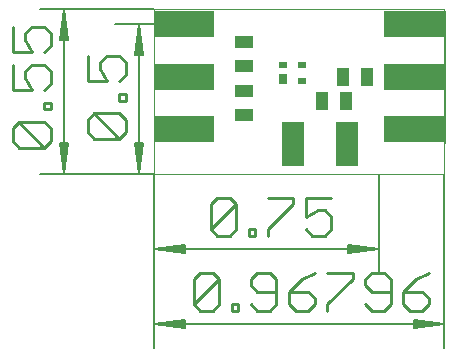
<source format=gtp>
G75*
G70*
%OFA0B0*%
%FSLAX24Y24*%
%IPPOS*%
%LPD*%
%AMOC8*
5,1,8,0,0,1.08239X$1,22.5*
%
%ADD10C,0.0000*%
%ADD11C,0.0051*%
%ADD12C,0.0110*%
%ADD13R,0.0315X0.0236*%
%ADD14R,0.0315X0.0354*%
%ADD15R,0.0600X0.0400*%
%ADD16R,0.2000X0.0900*%
%ADD17R,0.0760X0.1500*%
%ADD18R,0.0400X0.0600*%
D10*
X005331Y005913D02*
X005331Y011408D01*
X015011Y011408D01*
X015011Y005913D01*
X005331Y005913D01*
X005331Y006963D02*
X005331Y011363D01*
X015018Y011363D02*
X015018Y006963D01*
D11*
X005331Y005913D02*
X005331Y000126D01*
X005331Y000913D02*
X006355Y000787D01*
X006355Y001039D01*
X005331Y000913D01*
X006355Y000811D01*
X006355Y000862D02*
X005331Y000913D01*
X006355Y001015D01*
X006355Y000964D02*
X005331Y000913D01*
X015011Y000913D01*
X013987Y000811D01*
X013987Y000787D02*
X015011Y000913D01*
X013987Y001015D01*
X013987Y001039D02*
X013987Y000787D01*
X013987Y000862D02*
X015011Y000913D01*
X013987Y000964D01*
X013987Y001039D02*
X015011Y000913D01*
X015011Y000126D02*
X015011Y005913D01*
X012831Y005913D02*
X012831Y002626D01*
X012831Y003413D02*
X011807Y003311D01*
X011807Y003287D02*
X012831Y003413D01*
X011807Y003515D01*
X011807Y003539D02*
X011807Y003287D01*
X011807Y003362D02*
X012831Y003413D01*
X011807Y003464D01*
X011807Y003539D02*
X012831Y003413D01*
X005331Y003413D01*
X006355Y003311D01*
X006355Y003287D02*
X005331Y003413D01*
X006355Y003515D01*
X006355Y003539D02*
X006355Y003287D01*
X006355Y003362D02*
X005331Y003413D01*
X006355Y003464D01*
X006355Y003539D02*
X005331Y003413D01*
X005331Y002626D02*
X005331Y005913D01*
X001544Y005913D01*
X002331Y005913D02*
X002433Y006937D01*
X002457Y006937D02*
X002205Y006937D01*
X002331Y005913D01*
X002229Y006937D01*
X002280Y006937D02*
X002331Y005913D01*
X002382Y006937D01*
X002457Y006937D02*
X002331Y005913D01*
X002331Y011413D01*
X002433Y010389D01*
X002457Y010389D02*
X002205Y010389D01*
X002331Y011413D01*
X002229Y010389D01*
X002280Y010389D02*
X002331Y011413D01*
X002382Y010389D01*
X002457Y010389D02*
X002331Y011413D01*
X001544Y011413D02*
X005331Y011413D01*
X005331Y010913D02*
X004044Y010913D01*
X004831Y010913D02*
X004933Y009889D01*
X004957Y009889D02*
X004831Y010913D01*
X004729Y009889D01*
X004705Y009889D02*
X004957Y009889D01*
X004882Y009889D02*
X004831Y010913D01*
X004780Y009889D01*
X004705Y009889D02*
X004831Y010913D01*
X004831Y005913D01*
X004933Y006937D01*
X004957Y006937D02*
X004831Y005913D01*
X004729Y006937D01*
X004705Y006937D02*
X004957Y006937D01*
X004882Y006937D02*
X004831Y005913D01*
X004780Y006937D01*
X004705Y006937D02*
X004831Y005913D01*
X005331Y005913D02*
X004044Y005913D01*
D12*
X004171Y007097D02*
X003325Y007097D01*
X003113Y007309D01*
X003113Y007732D01*
X003325Y007944D01*
X004171Y007097D01*
X004382Y007309D01*
X004382Y007732D01*
X004171Y007944D01*
X003325Y007944D01*
X004171Y008366D02*
X004171Y008578D01*
X004382Y008578D01*
X004382Y008366D01*
X004171Y008366D01*
X004171Y009001D02*
X004382Y009212D01*
X004382Y009635D01*
X004171Y009847D01*
X003748Y009847D01*
X003536Y009635D01*
X003536Y009424D01*
X003748Y009001D01*
X003113Y009001D01*
X003113Y009847D01*
X001882Y010183D02*
X001671Y009971D01*
X001882Y010183D02*
X001882Y010606D01*
X001671Y010817D01*
X001248Y010817D01*
X001036Y010606D01*
X001036Y010394D01*
X001248Y009971D01*
X000613Y009971D01*
X000613Y010817D01*
X000613Y009549D02*
X000613Y008702D01*
X001248Y008702D01*
X001036Y009125D01*
X001036Y009337D01*
X001248Y009549D01*
X001671Y009549D01*
X001882Y009337D01*
X001882Y008914D01*
X001671Y008702D01*
X001671Y008280D02*
X001882Y008280D01*
X001882Y008068D01*
X001671Y008068D01*
X001671Y008280D01*
X001671Y007645D02*
X000825Y007645D01*
X001671Y006799D01*
X001882Y007011D01*
X001882Y007434D01*
X001671Y007645D01*
X000825Y007645D02*
X000613Y007434D01*
X000613Y007011D01*
X000825Y006799D01*
X001671Y006799D01*
X007217Y004919D02*
X007217Y004073D01*
X008063Y004919D01*
X008063Y004073D01*
X007852Y003862D01*
X007429Y003862D01*
X007217Y004073D01*
X008486Y004073D02*
X008486Y003862D01*
X008698Y003862D01*
X008698Y004073D01*
X008486Y004073D01*
X009120Y004073D02*
X009120Y003862D01*
X009120Y004073D02*
X009966Y004919D01*
X009966Y005131D01*
X009120Y005131D01*
X008063Y004919D02*
X007852Y005131D01*
X007429Y005131D01*
X007217Y004919D01*
X010389Y005131D02*
X010389Y004496D01*
X010812Y004708D01*
X011024Y004708D01*
X011235Y004496D01*
X011235Y004073D01*
X011024Y003862D01*
X010601Y003862D01*
X010389Y004073D01*
X010389Y005131D02*
X011235Y005131D01*
X011103Y002631D02*
X011949Y002631D01*
X011949Y002419D01*
X011103Y001573D01*
X011103Y001362D01*
X010680Y001573D02*
X010680Y001785D01*
X010469Y001996D01*
X009834Y001996D01*
X009834Y001573D01*
X010046Y001362D01*
X010469Y001362D01*
X010680Y001573D01*
X010257Y002419D02*
X009834Y001996D01*
X009412Y001996D02*
X008777Y001996D01*
X008566Y002208D01*
X008566Y002419D01*
X008777Y002631D01*
X009200Y002631D01*
X009412Y002419D01*
X009412Y001573D01*
X009200Y001362D01*
X008777Y001362D01*
X008566Y001573D01*
X008143Y001573D02*
X008143Y001362D01*
X007931Y001362D01*
X007931Y001573D01*
X008143Y001573D01*
X007508Y001573D02*
X007297Y001362D01*
X006874Y001362D01*
X006662Y001573D01*
X007508Y002419D01*
X007508Y001573D01*
X006662Y001573D02*
X006662Y002419D01*
X006874Y002631D01*
X007297Y002631D01*
X007508Y002419D01*
X010257Y002419D02*
X010680Y002631D01*
X012372Y002419D02*
X012372Y002208D01*
X012584Y001996D01*
X013218Y001996D01*
X013641Y001996D02*
X014275Y001996D01*
X014487Y001785D01*
X014487Y001573D01*
X014275Y001362D01*
X013852Y001362D01*
X013641Y001573D01*
X013641Y001996D01*
X014064Y002419D01*
X014487Y002631D01*
X013218Y002419D02*
X013007Y002631D01*
X012584Y002631D01*
X012372Y002419D01*
X013218Y002419D02*
X013218Y001573D01*
X013007Y001362D01*
X012584Y001362D01*
X012372Y001573D01*
D13*
X010271Y009032D03*
X010271Y009544D03*
X009641Y009544D03*
D14*
X009641Y009091D03*
D15*
X008331Y008688D03*
X008331Y007888D03*
X008331Y009513D03*
X008331Y010313D03*
D16*
X006341Y010903D03*
X006341Y009163D03*
X006341Y007423D03*
X014008Y007423D03*
X014008Y009163D03*
X014008Y010903D03*
D17*
X011768Y006913D03*
X009956Y006913D03*
D18*
X010931Y008350D03*
X011731Y008350D03*
X011618Y009163D03*
X012418Y009163D03*
M02*

</source>
